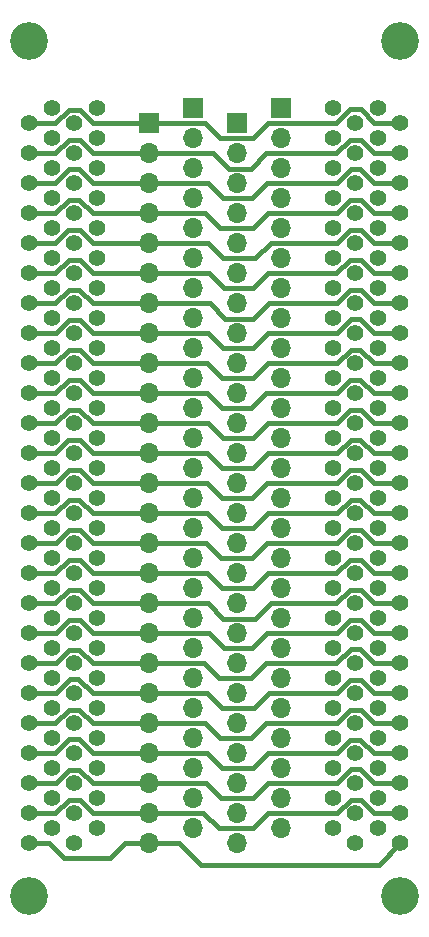
<source format=gbr>
G04 #@! TF.FileFunction,Copper,L1,Top,Signal*
%FSLAX46Y46*%
G04 Gerber Fmt 4.6, Leading zero omitted, Abs format (unit mm)*
G04 Created by KiCad (PCBNEW 4.0.7-e2-6376~61~ubuntu18.04.1) date Tue Sep  1 21:44:29 2020*
%MOMM*%
%LPD*%
G01*
G04 APERTURE LIST*
%ADD10C,0.100000*%
%ADD11C,1.400000*%
%ADD12C,3.200000*%
%ADD13R,1.700000X1.700000*%
%ADD14O,1.700000X1.700000*%
%ADD15C,0.400000*%
G04 APERTURE END LIST*
D10*
D11*
X190760000Y-128485000D03*
X190760000Y-125945000D03*
X190760000Y-123405000D03*
X190760000Y-120865000D03*
X190760000Y-118325000D03*
X190760000Y-115785000D03*
X190760000Y-113245000D03*
X190760000Y-110705000D03*
X190760000Y-108165000D03*
X190760000Y-105625000D03*
X190760000Y-103085000D03*
X190760000Y-100545000D03*
X190760000Y-98005000D03*
X190760000Y-95465000D03*
X190760000Y-92925000D03*
X190760000Y-90385000D03*
X190760000Y-87845000D03*
X190760000Y-85305000D03*
X190760000Y-82765000D03*
X190760000Y-80225000D03*
X190760000Y-77685000D03*
X190760000Y-75145000D03*
X190760000Y-72605000D03*
X190760000Y-70065000D03*
X190760000Y-67525000D03*
X188855000Y-129755000D03*
X188855000Y-127215000D03*
X188855000Y-124675000D03*
X188855000Y-122135000D03*
X188855000Y-119595000D03*
X188855000Y-117055000D03*
X188855000Y-114515000D03*
X188855000Y-111975000D03*
X188855000Y-109435000D03*
X188855000Y-106895000D03*
X188855000Y-104355000D03*
X188855000Y-101815000D03*
X188855000Y-99275000D03*
X188855000Y-96735000D03*
X188855000Y-94195000D03*
X188855000Y-91655000D03*
X188855000Y-89115000D03*
X188855000Y-86575000D03*
X188855000Y-84035000D03*
X188855000Y-81495000D03*
X188855000Y-78955000D03*
X188855000Y-76415000D03*
X188855000Y-73875000D03*
X188855000Y-71335000D03*
X188855000Y-68795000D03*
X186950000Y-128485000D03*
X186950000Y-125945000D03*
X186950000Y-123405000D03*
X186950000Y-120865000D03*
X186950000Y-118325000D03*
X186950000Y-115785000D03*
X186950000Y-113245000D03*
X186950000Y-110705000D03*
X186950000Y-108165000D03*
X186950000Y-105625000D03*
X186950000Y-103085000D03*
X186950000Y-100545000D03*
X186950000Y-98005000D03*
X186950000Y-95465000D03*
X186950000Y-92925000D03*
X186950000Y-90385000D03*
X186950000Y-87845000D03*
X186950000Y-85305000D03*
X186950000Y-82765000D03*
X186950000Y-80225000D03*
X186950000Y-77685000D03*
X186950000Y-75145000D03*
X186950000Y-72605000D03*
X186950000Y-70065000D03*
X186950000Y-67525000D03*
X192665000Y-129755000D03*
X192665000Y-127215000D03*
X192665000Y-124675000D03*
X192665000Y-122135000D03*
X192665000Y-119595000D03*
X192665000Y-117055000D03*
X192665000Y-114515000D03*
X192665000Y-111975000D03*
X192665000Y-109435000D03*
X192665000Y-106895000D03*
X192665000Y-104355000D03*
X192665000Y-101815000D03*
X192665000Y-99275000D03*
X192665000Y-96735000D03*
X192665000Y-94195000D03*
X192665000Y-91655000D03*
X192665000Y-89115000D03*
X192665000Y-86575000D03*
X192665000Y-84035000D03*
X192665000Y-81495000D03*
X192665000Y-78955000D03*
X192665000Y-76415000D03*
X192665000Y-73875000D03*
X192665000Y-71335000D03*
X192665000Y-68795000D03*
D12*
X192665000Y-61810000D03*
X192665000Y-134200000D03*
D11*
X163140000Y-128485000D03*
X163140000Y-125945000D03*
X163140000Y-123405000D03*
X163140000Y-120865000D03*
X163140000Y-118325000D03*
X163140000Y-115785000D03*
X163140000Y-113245000D03*
X163140000Y-110705000D03*
X163140000Y-108165000D03*
X163140000Y-105625000D03*
X163140000Y-103085000D03*
X163140000Y-100545000D03*
X163140000Y-98005000D03*
X163140000Y-95465000D03*
X163140000Y-92925000D03*
X163140000Y-90385000D03*
X163140000Y-87845000D03*
X163140000Y-85305000D03*
X163140000Y-82765000D03*
X163140000Y-80225000D03*
X163140000Y-77685000D03*
X163140000Y-75145000D03*
X163140000Y-72605000D03*
X163140000Y-70065000D03*
X163140000Y-67525000D03*
X165045000Y-129755000D03*
X165045000Y-127215000D03*
X165045000Y-124675000D03*
X165045000Y-122135000D03*
X165045000Y-119595000D03*
X165045000Y-117055000D03*
X165045000Y-114515000D03*
X165045000Y-111975000D03*
X165045000Y-109435000D03*
X165045000Y-106895000D03*
X165045000Y-104355000D03*
X165045000Y-101815000D03*
X165045000Y-99275000D03*
X165045000Y-96735000D03*
X165045000Y-94195000D03*
X165045000Y-91655000D03*
X165045000Y-89115000D03*
X165045000Y-86575000D03*
X165045000Y-84035000D03*
X165045000Y-81495000D03*
X165045000Y-78955000D03*
X165045000Y-76415000D03*
X165045000Y-73875000D03*
X165045000Y-71335000D03*
X165045000Y-68795000D03*
X166950000Y-128485000D03*
X166950000Y-125945000D03*
X166950000Y-123405000D03*
X166950000Y-120865000D03*
X166950000Y-118325000D03*
X166950000Y-115785000D03*
X166950000Y-113245000D03*
X166950000Y-110705000D03*
X166950000Y-108165000D03*
X166950000Y-105625000D03*
X166950000Y-103085000D03*
X166950000Y-100545000D03*
X166950000Y-98005000D03*
X166950000Y-95465000D03*
X166950000Y-92925000D03*
X166950000Y-90385000D03*
X166950000Y-87845000D03*
X166950000Y-85305000D03*
X166950000Y-82765000D03*
X166950000Y-80225000D03*
X166950000Y-77685000D03*
X166950000Y-75145000D03*
X166950000Y-72605000D03*
X166950000Y-70065000D03*
X166950000Y-67525000D03*
X161235000Y-129755000D03*
X161235000Y-127215000D03*
X161235000Y-124675000D03*
X161235000Y-122135000D03*
X161235000Y-119595000D03*
X161235000Y-117055000D03*
X161235000Y-114515000D03*
X161235000Y-111975000D03*
X161235000Y-109435000D03*
X161235000Y-106895000D03*
X161235000Y-104355000D03*
X161235000Y-101815000D03*
X161235000Y-99275000D03*
X161235000Y-96735000D03*
X161235000Y-94195000D03*
X161235000Y-91655000D03*
X161235000Y-89115000D03*
X161235000Y-86575000D03*
X161235000Y-84035000D03*
X161235000Y-81495000D03*
X161235000Y-78955000D03*
X161235000Y-76415000D03*
X161235000Y-73875000D03*
X161235000Y-71335000D03*
X161235000Y-68795000D03*
D12*
X161235000Y-61810000D03*
X161235000Y-134200000D03*
D13*
X175075000Y-67525000D03*
D14*
X175075000Y-70065000D03*
X175075000Y-72605000D03*
X175075000Y-75145000D03*
X175075000Y-77685000D03*
X175075000Y-80225000D03*
X175075000Y-82765000D03*
X175075000Y-85305000D03*
X175075000Y-87845000D03*
X175075000Y-90385000D03*
X175075000Y-92925000D03*
X175075000Y-95465000D03*
X175075000Y-98005000D03*
X175075000Y-100545000D03*
X175075000Y-103085000D03*
X175075000Y-105625000D03*
X175075000Y-108165000D03*
X175075000Y-110705000D03*
X175075000Y-113245000D03*
X175075000Y-115785000D03*
X175075000Y-118325000D03*
X175075000Y-120865000D03*
X175075000Y-123405000D03*
X175075000Y-125945000D03*
X175075000Y-128485000D03*
D13*
X182525000Y-67525000D03*
D14*
X182525000Y-70065000D03*
X182525000Y-72605000D03*
X182525000Y-75145000D03*
X182525000Y-77685000D03*
X182525000Y-80225000D03*
X182525000Y-82765000D03*
X182525000Y-85305000D03*
X182525000Y-87845000D03*
X182525000Y-90385000D03*
X182525000Y-92925000D03*
X182525000Y-95465000D03*
X182525000Y-98005000D03*
X182525000Y-100545000D03*
X182525000Y-103085000D03*
X182525000Y-105625000D03*
X182525000Y-108165000D03*
X182525000Y-110705000D03*
X182525000Y-113245000D03*
X182525000Y-115785000D03*
X182525000Y-118325000D03*
X182525000Y-120865000D03*
X182525000Y-123405000D03*
X182525000Y-125945000D03*
X182525000Y-128485000D03*
D13*
X171350000Y-68800000D03*
D14*
X171350000Y-71340000D03*
X171350000Y-73880000D03*
X171350000Y-76420000D03*
X171350000Y-78960000D03*
X171350000Y-81500000D03*
X171350000Y-84040000D03*
X171350000Y-86580000D03*
X171350000Y-89120000D03*
X171350000Y-91660000D03*
X171350000Y-94200000D03*
X171350000Y-96740000D03*
X171350000Y-99280000D03*
X171350000Y-101820000D03*
X171350000Y-104360000D03*
X171350000Y-106900000D03*
X171350000Y-109440000D03*
X171350000Y-111980000D03*
X171350000Y-114520000D03*
X171350000Y-117060000D03*
X171350000Y-119600000D03*
X171350000Y-122140000D03*
X171350000Y-124680000D03*
X171350000Y-127220000D03*
X171350000Y-129760000D03*
D13*
X178800000Y-68800000D03*
D14*
X178800000Y-71340000D03*
X178800000Y-73880000D03*
X178800000Y-76420000D03*
X178800000Y-78960000D03*
X178800000Y-81500000D03*
X178800000Y-84040000D03*
X178800000Y-86580000D03*
X178800000Y-89120000D03*
X178800000Y-91660000D03*
X178800000Y-94200000D03*
X178800000Y-96740000D03*
X178800000Y-99280000D03*
X178800000Y-101820000D03*
X178800000Y-104360000D03*
X178800000Y-106900000D03*
X178800000Y-109440000D03*
X178800000Y-111980000D03*
X178800000Y-114520000D03*
X178800000Y-117060000D03*
X178800000Y-119600000D03*
X178800000Y-122140000D03*
X178800000Y-124680000D03*
X178800000Y-127220000D03*
X178800000Y-129760000D03*
D15*
X171350000Y-129760000D02*
X173910000Y-129760000D01*
X190820000Y-131600000D02*
X192665000Y-129755000D01*
X175750000Y-131600000D02*
X190820000Y-131600000D01*
X173910000Y-129760000D02*
X175750000Y-131600000D01*
X161235000Y-129755000D02*
X162905000Y-129755000D01*
X169340000Y-129760000D02*
X171350000Y-129760000D01*
X168075000Y-131025000D02*
X169340000Y-129760000D01*
X164175000Y-131025000D02*
X168075000Y-131025000D01*
X162905000Y-129755000D02*
X164175000Y-131025000D01*
X171350000Y-127220000D02*
X175995000Y-127220000D01*
X190465000Y-127215000D02*
X192665000Y-127215000D01*
X189300000Y-126050000D02*
X190465000Y-127215000D01*
X188450000Y-126050000D02*
X189300000Y-126050000D01*
X187275000Y-127225000D02*
X188450000Y-126050000D01*
X181450000Y-127225000D02*
X187275000Y-127225000D01*
X180175000Y-128500000D02*
X181450000Y-127225000D01*
X177275000Y-128500000D02*
X180175000Y-128500000D01*
X175995000Y-127220000D02*
X177275000Y-128500000D01*
X161235000Y-127215000D02*
X163460000Y-127215000D01*
X166645000Y-127220000D02*
X171350000Y-127220000D01*
X165500000Y-126075000D02*
X166645000Y-127220000D01*
X164600000Y-126075000D02*
X165500000Y-126075000D01*
X163460000Y-127215000D02*
X164600000Y-126075000D01*
X171350000Y-124680000D02*
X176230000Y-124680000D01*
X190425000Y-124675000D02*
X192665000Y-124675000D01*
X189225000Y-123475000D02*
X190425000Y-124675000D01*
X188475000Y-123475000D02*
X189225000Y-123475000D01*
X187275000Y-124675000D02*
X188475000Y-123475000D01*
X181475000Y-124675000D02*
X187275000Y-124675000D01*
X180200000Y-125950000D02*
X181475000Y-124675000D01*
X177500000Y-125950000D02*
X180200000Y-125950000D01*
X176230000Y-124680000D02*
X177500000Y-125950000D01*
X161235000Y-124675000D02*
X163475000Y-124675000D01*
X166630000Y-124680000D02*
X171350000Y-124680000D01*
X165475000Y-123525000D02*
X166630000Y-124680000D01*
X164625000Y-123525000D02*
X165475000Y-123525000D01*
X163475000Y-124675000D02*
X164625000Y-123525000D01*
X171350000Y-122140000D02*
X176315000Y-122140000D01*
X190435000Y-122135000D02*
X192665000Y-122135000D01*
X189275000Y-120975000D02*
X190435000Y-122135000D01*
X188425000Y-120975000D02*
X189275000Y-120975000D01*
X187275000Y-122125000D02*
X188425000Y-120975000D01*
X181450000Y-122125000D02*
X187275000Y-122125000D01*
X180175000Y-123400000D02*
X181450000Y-122125000D01*
X177575000Y-123400000D02*
X180175000Y-123400000D01*
X176315000Y-122140000D02*
X177575000Y-123400000D01*
X161235000Y-122135000D02*
X163440000Y-122135000D01*
X166640000Y-122140000D02*
X171350000Y-122140000D01*
X165425000Y-120925000D02*
X166640000Y-122140000D01*
X164650000Y-120925000D02*
X165425000Y-120925000D01*
X163440000Y-122135000D02*
X164650000Y-120925000D01*
X171350000Y-119600000D02*
X176125000Y-119600000D01*
X190445000Y-119595000D02*
X192665000Y-119595000D01*
X189300000Y-118450000D02*
X190445000Y-119595000D01*
X188425000Y-118450000D02*
X189300000Y-118450000D01*
X187275000Y-119600000D02*
X188425000Y-118450000D01*
X181300000Y-119600000D02*
X187275000Y-119600000D01*
X180025000Y-120875000D02*
X181300000Y-119600000D01*
X177400000Y-120875000D02*
X180025000Y-120875000D01*
X176125000Y-119600000D02*
X177400000Y-120875000D01*
X161235000Y-119595000D02*
X163455000Y-119595000D01*
X166625000Y-119600000D02*
X171350000Y-119600000D01*
X165475000Y-118450000D02*
X166625000Y-119600000D01*
X164600000Y-118450000D02*
X165475000Y-118450000D01*
X163455000Y-119595000D02*
X164600000Y-118450000D01*
X171350000Y-117060000D02*
X176285000Y-117060000D01*
X190455000Y-117055000D02*
X192665000Y-117055000D01*
X189300000Y-115900000D02*
X190455000Y-117055000D01*
X188425000Y-115900000D02*
X189300000Y-115900000D01*
X187275000Y-117050000D02*
X188425000Y-115900000D01*
X181575000Y-117050000D02*
X187275000Y-117050000D01*
X180300000Y-118325000D02*
X181575000Y-117050000D01*
X177550000Y-118325000D02*
X180300000Y-118325000D01*
X176285000Y-117060000D02*
X177550000Y-118325000D01*
X161235000Y-117055000D02*
X163470000Y-117055000D01*
X166610000Y-117060000D02*
X171350000Y-117060000D01*
X165400000Y-115850000D02*
X166610000Y-117060000D01*
X164675000Y-115850000D02*
X165400000Y-115850000D01*
X163470000Y-117055000D02*
X164675000Y-115850000D01*
X171350000Y-114520000D02*
X176070000Y-114520000D01*
X190415000Y-114515000D02*
X192665000Y-114515000D01*
X189225000Y-113325000D02*
X190415000Y-114515000D01*
X188450000Y-113325000D02*
X189225000Y-113325000D01*
X187250000Y-114525000D02*
X188450000Y-113325000D01*
X181300000Y-114525000D02*
X187250000Y-114525000D01*
X180025000Y-115800000D02*
X181300000Y-114525000D01*
X177350000Y-115800000D02*
X180025000Y-115800000D01*
X176070000Y-114520000D02*
X177350000Y-115800000D01*
X161235000Y-114515000D02*
X163485000Y-114515000D01*
X166645000Y-114520000D02*
X171350000Y-114520000D01*
X165475000Y-113350000D02*
X166645000Y-114520000D01*
X164650000Y-113350000D02*
X165475000Y-113350000D01*
X163485000Y-114515000D02*
X164650000Y-113350000D01*
X171350000Y-111980000D02*
X176430000Y-111980000D01*
X190450000Y-111975000D02*
X192665000Y-111975000D01*
X189300000Y-110825000D02*
X190450000Y-111975000D01*
X188425000Y-110825000D02*
X189300000Y-110825000D01*
X187275000Y-111975000D02*
X188425000Y-110825000D01*
X181350000Y-111975000D02*
X187275000Y-111975000D01*
X180075000Y-113250000D02*
X181350000Y-111975000D01*
X177700000Y-113250000D02*
X180075000Y-113250000D01*
X176430000Y-111980000D02*
X177700000Y-113250000D01*
X161235000Y-111975000D02*
X163475000Y-111975000D01*
X166630000Y-111980000D02*
X171350000Y-111980000D01*
X165500000Y-110850000D02*
X166630000Y-111980000D01*
X164600000Y-110850000D02*
X165500000Y-110850000D01*
X163475000Y-111975000D02*
X164600000Y-110850000D01*
X171350000Y-109440000D02*
X176340000Y-109440000D01*
X190435000Y-109435000D02*
X192665000Y-109435000D01*
X189300000Y-108300000D02*
X190435000Y-109435000D01*
X188375000Y-108300000D02*
X189300000Y-108300000D01*
X187250000Y-109425000D02*
X188375000Y-108300000D01*
X181675000Y-109425000D02*
X187250000Y-109425000D01*
X180375000Y-110725000D02*
X181675000Y-109425000D01*
X177625000Y-110725000D02*
X180375000Y-110725000D01*
X176340000Y-109440000D02*
X177625000Y-110725000D01*
X161235000Y-109435000D02*
X163465000Y-109435000D01*
X166640000Y-109440000D02*
X171350000Y-109440000D01*
X165500000Y-108300000D02*
X166640000Y-109440000D01*
X164600000Y-108300000D02*
X165500000Y-108300000D01*
X163465000Y-109435000D02*
X164600000Y-108300000D01*
X171350000Y-106900000D02*
X176275000Y-106900000D01*
X190470000Y-106895000D02*
X192665000Y-106895000D01*
X189325000Y-105750000D02*
X190470000Y-106895000D01*
X188400000Y-105750000D02*
X189325000Y-105750000D01*
X187250000Y-106900000D02*
X188400000Y-105750000D01*
X181425000Y-106900000D02*
X187250000Y-106900000D01*
X180150000Y-108175000D02*
X181425000Y-106900000D01*
X177550000Y-108175000D02*
X180150000Y-108175000D01*
X176275000Y-106900000D02*
X177550000Y-108175000D01*
X161235000Y-106895000D02*
X163455000Y-106895000D01*
X166650000Y-106900000D02*
X171350000Y-106900000D01*
X165500000Y-105750000D02*
X166650000Y-106900000D01*
X164600000Y-105750000D02*
X165500000Y-105750000D01*
X163455000Y-106895000D02*
X164600000Y-105750000D01*
X171350000Y-104360000D02*
X176235000Y-104360000D01*
X190455000Y-104355000D02*
X192665000Y-104355000D01*
X189325000Y-103225000D02*
X190455000Y-104355000D01*
X188400000Y-103225000D02*
X189325000Y-103225000D01*
X187275000Y-104350000D02*
X188400000Y-103225000D01*
X181375000Y-104350000D02*
X187275000Y-104350000D01*
X180100000Y-105625000D02*
X181375000Y-104350000D01*
X177500000Y-105625000D02*
X180100000Y-105625000D01*
X176235000Y-104360000D02*
X177500000Y-105625000D01*
X161235000Y-104355000D02*
X163470000Y-104355000D01*
X166660000Y-104360000D02*
X171350000Y-104360000D01*
X165500000Y-103200000D02*
X166660000Y-104360000D01*
X164625000Y-103200000D02*
X165500000Y-103200000D01*
X163470000Y-104355000D02*
X164625000Y-103200000D01*
X171350000Y-101820000D02*
X176270000Y-101820000D01*
X190440000Y-101815000D02*
X192665000Y-101815000D01*
X189275000Y-100650000D02*
X190440000Y-101815000D01*
X188450000Y-100650000D02*
X189275000Y-100650000D01*
X187275000Y-101825000D02*
X188450000Y-100650000D01*
X181450000Y-101825000D02*
X187275000Y-101825000D01*
X180175000Y-103100000D02*
X181450000Y-101825000D01*
X177550000Y-103100000D02*
X180175000Y-103100000D01*
X176270000Y-101820000D02*
X177550000Y-103100000D01*
X161235000Y-101815000D02*
X163460000Y-101815000D01*
X166620000Y-101820000D02*
X171350000Y-101820000D01*
X165475000Y-100675000D02*
X166620000Y-101820000D01*
X164600000Y-100675000D02*
X165475000Y-100675000D01*
X163460000Y-101815000D02*
X164600000Y-100675000D01*
X171350000Y-99280000D02*
X176280000Y-99280000D01*
X190425000Y-99275000D02*
X192665000Y-99275000D01*
X189300000Y-98150000D02*
X190425000Y-99275000D01*
X188400000Y-98150000D02*
X189300000Y-98150000D01*
X187275000Y-99275000D02*
X188400000Y-98150000D01*
X181375000Y-99275000D02*
X187275000Y-99275000D01*
X180100000Y-100550000D02*
X181375000Y-99275000D01*
X177550000Y-100550000D02*
X180100000Y-100550000D01*
X176280000Y-99280000D02*
X177550000Y-100550000D01*
X161235000Y-99275000D02*
X163475000Y-99275000D01*
X166655000Y-99280000D02*
X171350000Y-99280000D01*
X165525000Y-98150000D02*
X166655000Y-99280000D01*
X164600000Y-98150000D02*
X165525000Y-98150000D01*
X163475000Y-99275000D02*
X164600000Y-98150000D01*
X171350000Y-96740000D02*
X176290000Y-96740000D01*
X190435000Y-96735000D02*
X192665000Y-96735000D01*
X189275000Y-95575000D02*
X190435000Y-96735000D01*
X188450000Y-95575000D02*
X189275000Y-95575000D01*
X187275000Y-96750000D02*
X188450000Y-95575000D01*
X181425000Y-96750000D02*
X187275000Y-96750000D01*
X180175000Y-98000000D02*
X181425000Y-96750000D01*
X177550000Y-98000000D02*
X180175000Y-98000000D01*
X176290000Y-96740000D02*
X177550000Y-98000000D01*
X161235000Y-96735000D02*
X163440000Y-96735000D01*
X166640000Y-96740000D02*
X171350000Y-96740000D01*
X165525000Y-95625000D02*
X166640000Y-96740000D01*
X164550000Y-95625000D02*
X165525000Y-95625000D01*
X163440000Y-96735000D02*
X164550000Y-95625000D01*
X171350000Y-94200000D02*
X176400000Y-94200000D01*
X190445000Y-94195000D02*
X192665000Y-94195000D01*
X189300000Y-93050000D02*
X190445000Y-94195000D01*
X188425000Y-93050000D02*
X189300000Y-93050000D01*
X187275000Y-94200000D02*
X188425000Y-93050000D01*
X181475000Y-94200000D02*
X187275000Y-94200000D01*
X180200000Y-95475000D02*
X181475000Y-94200000D01*
X177675000Y-95475000D02*
X180200000Y-95475000D01*
X176400000Y-94200000D02*
X177675000Y-95475000D01*
X161235000Y-94195000D02*
X163455000Y-94195000D01*
X166625000Y-94200000D02*
X171350000Y-94200000D01*
X165475000Y-93050000D02*
X166625000Y-94200000D01*
X164600000Y-93050000D02*
X165475000Y-93050000D01*
X163455000Y-94195000D02*
X164600000Y-93050000D01*
X171350000Y-91660000D02*
X176310000Y-91660000D01*
X190430000Y-91655000D02*
X192665000Y-91655000D01*
X189275000Y-90500000D02*
X190430000Y-91655000D01*
X188425000Y-90500000D02*
X189275000Y-90500000D01*
X187275000Y-91650000D02*
X188425000Y-90500000D01*
X181300000Y-91650000D02*
X187275000Y-91650000D01*
X180025000Y-92925000D02*
X181300000Y-91650000D01*
X177575000Y-92925000D02*
X180025000Y-92925000D01*
X176310000Y-91660000D02*
X177575000Y-92925000D01*
X161235000Y-91655000D02*
X163445000Y-91655000D01*
X166660000Y-91660000D02*
X171350000Y-91660000D01*
X165525000Y-90525000D02*
X166660000Y-91660000D01*
X164575000Y-90525000D02*
X165525000Y-90525000D01*
X163445000Y-91655000D02*
X164575000Y-90525000D01*
X171350000Y-89120000D02*
X176295000Y-89120000D01*
X190440000Y-89115000D02*
X192665000Y-89115000D01*
X189275000Y-87950000D02*
X190440000Y-89115000D01*
X188450000Y-87950000D02*
X189275000Y-87950000D01*
X187300000Y-89100000D02*
X188450000Y-87950000D01*
X181475000Y-89100000D02*
X187300000Y-89100000D01*
X180200000Y-90375000D02*
X181475000Y-89100000D01*
X177550000Y-90375000D02*
X180200000Y-90375000D01*
X176295000Y-89120000D02*
X177550000Y-90375000D01*
X161235000Y-89115000D02*
X163435000Y-89115000D01*
X166645000Y-89120000D02*
X171350000Y-89120000D01*
X165500000Y-87975000D02*
X166645000Y-89120000D01*
X164575000Y-87975000D02*
X165500000Y-87975000D01*
X163435000Y-89115000D02*
X164575000Y-87975000D01*
X171350000Y-86580000D02*
X176355000Y-86580000D01*
X190450000Y-86575000D02*
X192665000Y-86575000D01*
X189225000Y-85350000D02*
X190450000Y-86575000D01*
X188500000Y-85350000D02*
X189225000Y-85350000D01*
X187275000Y-86575000D02*
X188500000Y-85350000D01*
X181450000Y-86575000D02*
X187275000Y-86575000D01*
X180175000Y-87850000D02*
X181450000Y-86575000D01*
X177625000Y-87850000D02*
X180175000Y-87850000D01*
X176355000Y-86580000D02*
X177625000Y-87850000D01*
X161235000Y-86575000D02*
X163475000Y-86575000D01*
X166655000Y-86580000D02*
X171350000Y-86580000D01*
X165525000Y-85450000D02*
X166655000Y-86580000D01*
X164600000Y-85450000D02*
X165525000Y-85450000D01*
X163475000Y-86575000D02*
X164600000Y-85450000D01*
X171350000Y-84040000D02*
X176515000Y-84040000D01*
X190435000Y-84035000D02*
X192665000Y-84035000D01*
X189300000Y-82900000D02*
X190435000Y-84035000D01*
X188400000Y-82900000D02*
X189300000Y-82900000D01*
X187275000Y-84025000D02*
X188400000Y-82900000D01*
X181525000Y-84025000D02*
X187275000Y-84025000D01*
X180225000Y-85325000D02*
X181525000Y-84025000D01*
X177800000Y-85325000D02*
X180225000Y-85325000D01*
X176515000Y-84040000D02*
X177800000Y-85325000D01*
X161235000Y-84035000D02*
X163465000Y-84035000D01*
X166640000Y-84040000D02*
X171350000Y-84040000D01*
X165475000Y-82875000D02*
X166640000Y-84040000D01*
X164625000Y-82875000D02*
X165475000Y-82875000D01*
X163465000Y-84035000D02*
X164625000Y-82875000D01*
X171350000Y-81500000D02*
X176500000Y-81500000D01*
X190470000Y-81495000D02*
X192665000Y-81495000D01*
X189325000Y-80350000D02*
X190470000Y-81495000D01*
X188400000Y-80350000D02*
X189325000Y-80350000D01*
X187250000Y-81500000D02*
X188400000Y-80350000D01*
X181475000Y-81500000D02*
X187250000Y-81500000D01*
X180200000Y-82775000D02*
X181475000Y-81500000D01*
X177775000Y-82775000D02*
X180200000Y-82775000D01*
X176500000Y-81500000D02*
X177775000Y-82775000D01*
X161235000Y-81495000D02*
X163455000Y-81495000D01*
X166650000Y-81500000D02*
X171350000Y-81500000D01*
X165525000Y-80375000D02*
X166650000Y-81500000D01*
X164575000Y-80375000D02*
X165525000Y-80375000D01*
X163455000Y-81495000D02*
X164575000Y-80375000D01*
X171350000Y-78960000D02*
X176410000Y-78960000D01*
X190455000Y-78955000D02*
X192665000Y-78955000D01*
X189300000Y-77800000D02*
X190455000Y-78955000D01*
X188425000Y-77800000D02*
X189300000Y-77800000D01*
X187275000Y-78950000D02*
X188425000Y-77800000D01*
X181675000Y-78950000D02*
X187275000Y-78950000D01*
X180400000Y-80225000D02*
X181675000Y-78950000D01*
X177675000Y-80225000D02*
X180400000Y-80225000D01*
X176410000Y-78960000D02*
X177675000Y-80225000D01*
X161235000Y-78955000D02*
X163445000Y-78955000D01*
X166635000Y-78960000D02*
X171350000Y-78960000D01*
X165525000Y-77850000D02*
X166635000Y-78960000D01*
X164550000Y-77850000D02*
X165525000Y-77850000D01*
X163445000Y-78955000D02*
X164550000Y-77850000D01*
X171350000Y-76420000D02*
X176120000Y-76420000D01*
X190415000Y-76415000D02*
X192665000Y-76415000D01*
X189300000Y-75300000D02*
X190415000Y-76415000D01*
X188400000Y-75300000D02*
X189300000Y-75300000D01*
X187275000Y-76425000D02*
X188400000Y-75300000D01*
X181475000Y-76425000D02*
X187275000Y-76425000D01*
X180200000Y-77700000D02*
X181475000Y-76425000D01*
X177400000Y-77700000D02*
X180200000Y-77700000D01*
X176120000Y-76420000D02*
X177400000Y-77700000D01*
X161235000Y-76415000D02*
X163435000Y-76415000D01*
X166620000Y-76420000D02*
X171350000Y-76420000D01*
X165475000Y-75275000D02*
X166620000Y-76420000D01*
X164575000Y-75275000D02*
X165475000Y-75275000D01*
X163435000Y-76415000D02*
X164575000Y-75275000D01*
X171350000Y-73880000D02*
X176380000Y-73880000D01*
X190425000Y-73875000D02*
X192665000Y-73875000D01*
X189225000Y-72675000D02*
X190425000Y-73875000D01*
X188475000Y-72675000D02*
X189225000Y-72675000D01*
X187275000Y-73875000D02*
X188475000Y-72675000D01*
X181350000Y-73875000D02*
X187275000Y-73875000D01*
X180075000Y-75150000D02*
X181350000Y-73875000D01*
X177650000Y-75150000D02*
X180075000Y-75150000D01*
X176380000Y-73880000D02*
X177650000Y-75150000D01*
X161235000Y-73875000D02*
X163450000Y-73875000D01*
X166630000Y-73880000D02*
X171350000Y-73880000D01*
X165425000Y-72675000D02*
X166630000Y-73880000D01*
X164650000Y-72675000D02*
X165425000Y-72675000D01*
X163450000Y-73875000D02*
X164650000Y-72675000D01*
X171350000Y-71340000D02*
X176840000Y-71340000D01*
X190460000Y-71335000D02*
X192665000Y-71335000D01*
X189350000Y-70225000D02*
X190460000Y-71335000D01*
X188375000Y-70225000D02*
X189350000Y-70225000D01*
X187250000Y-71350000D02*
X188375000Y-70225000D01*
X181275000Y-71350000D02*
X187250000Y-71350000D01*
X180000000Y-72625000D02*
X181275000Y-71350000D01*
X178125000Y-72625000D02*
X180000000Y-72625000D01*
X176840000Y-71340000D02*
X178125000Y-72625000D01*
X161235000Y-71335000D02*
X163440000Y-71335000D01*
X166640000Y-71340000D02*
X171350000Y-71340000D01*
X165500000Y-70200000D02*
X166640000Y-71340000D01*
X164575000Y-70200000D02*
X165500000Y-70200000D01*
X163440000Y-71335000D02*
X164575000Y-70200000D01*
X171350000Y-68800000D02*
X176125000Y-68800000D01*
X190470000Y-68795000D02*
X192665000Y-68795000D01*
X189300000Y-67625000D02*
X190470000Y-68795000D01*
X188425000Y-67625000D02*
X189300000Y-67625000D01*
X187250000Y-68800000D02*
X188425000Y-67625000D01*
X181425000Y-68800000D02*
X187250000Y-68800000D01*
X180150000Y-70075000D02*
X181425000Y-68800000D01*
X177400000Y-70075000D02*
X180150000Y-70075000D01*
X176125000Y-68800000D02*
X177400000Y-70075000D01*
X161235000Y-68795000D02*
X163455000Y-68795000D01*
X166650000Y-68800000D02*
X171350000Y-68800000D01*
X165525000Y-67675000D02*
X166650000Y-68800000D01*
X164575000Y-67675000D02*
X165525000Y-67675000D01*
X163455000Y-68795000D02*
X164575000Y-67675000D01*
M02*

</source>
